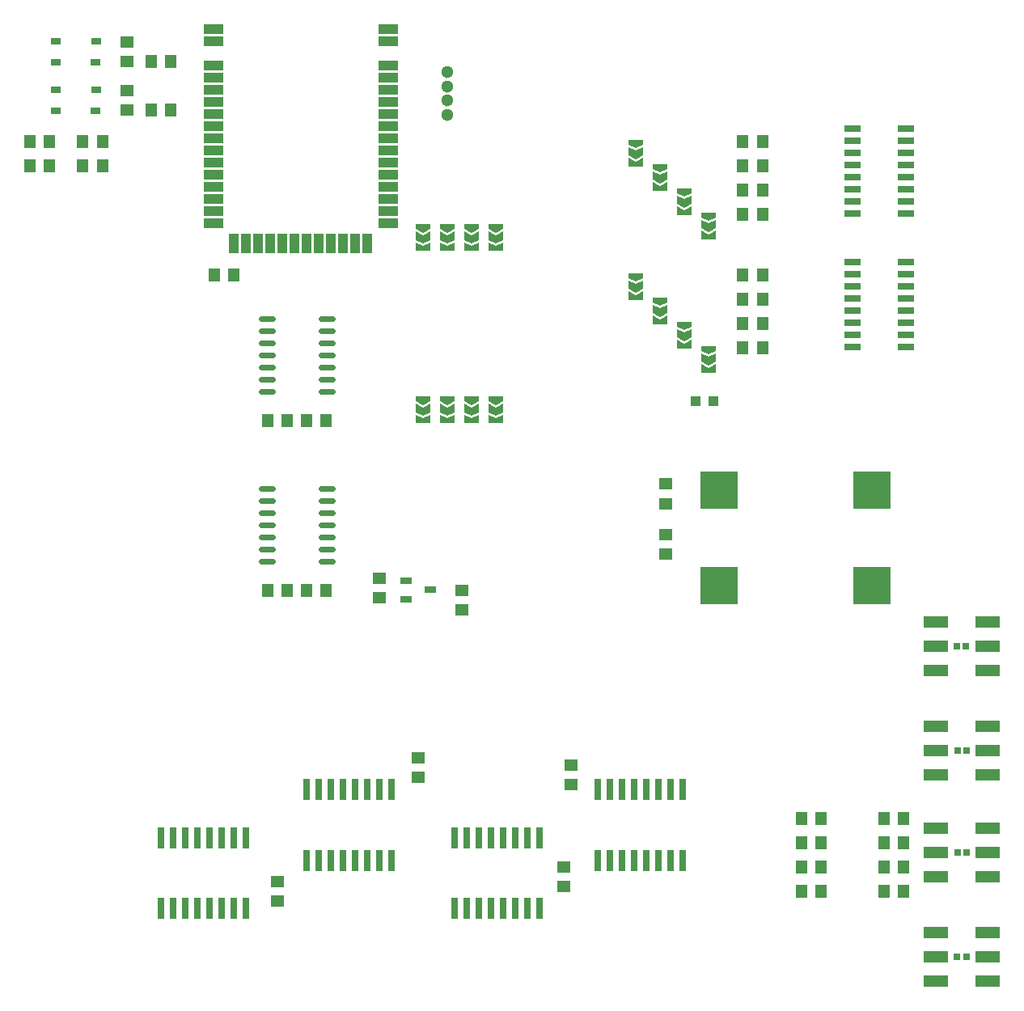
<source format=gtp>
G04 Layer: TopPasteMaskLayer*
G04 EasyEDA v6.2.43, 2019-09-06T10:00:39+02:00*
G04 e5b5f855a0bb4ad7aac7fda025be0de6,91cc4837159741479c5be70faa949f3f,10*
G04 Gerber Generator version 0.2*
G04 Scale: 100 percent, Rotated: No, Reflected: No *
G04 Dimensions in millimeters *
G04 leading zeros omitted , absolute positions ,3 integer and 3 decimal *
%FSLAX33Y33*%
%MOMM*%
G90*
G71D02*

%ADD14C,0.599999*%
%ADD16R,1.999996X0.999998*%
%ADD17R,0.999998X1.999996*%
%ADD18R,1.160018X1.469898*%
%ADD19R,1.399540X1.300480*%
%ADD20R,1.469898X1.160018*%
%ADD21C,1.299997*%
%ADD22R,1.300480X1.399540*%
%ADD23R,1.050011X0.650011*%
%ADD24R,0.701040X2.199640*%
%ADD25R,1.750060X0.650240*%
%ADD26R,3.999992X3.999992*%
%ADD27R,1.250010X0.699999*%
%ADD28R,0.999998X1.099998*%
%ADD29R,0.750011X0.750011*%
%ADD30R,2.499995X1.199998*%

%LPD*%
G54D14*
G01X45911Y64138D02*
G01X44711Y64138D01*
G01X45911Y65408D02*
G01X44711Y65408D01*
G01X45911Y66678D02*
G01X44711Y66678D01*
G01X45911Y67948D02*
G01X44711Y67948D01*
G01X45911Y69218D02*
G01X44711Y69218D01*
G01X45911Y70488D02*
G01X44711Y70488D01*
G01X45911Y71758D02*
G01X44711Y71758D01*
G01X39713Y64138D02*
G01X38513Y64138D01*
G01X39713Y65408D02*
G01X38513Y65408D01*
G01X39713Y66678D02*
G01X38513Y66678D01*
G01X39713Y67948D02*
G01X38513Y67948D01*
G01X39713Y69218D02*
G01X38513Y69218D01*
G01X39713Y70488D02*
G01X38513Y70488D01*
G01X39713Y71758D02*
G01X38513Y71758D01*
G01X45911Y46358D02*
G01X44711Y46358D01*
G01X45911Y47628D02*
G01X44711Y47628D01*
G01X45911Y48898D02*
G01X44711Y48898D01*
G01X45911Y50168D02*
G01X44711Y50168D01*
G01X45911Y51438D02*
G01X44711Y51438D01*
G01X45911Y52708D02*
G01X44711Y52708D01*
G01X45911Y53978D02*
G01X44711Y53978D01*
G01X39713Y46358D02*
G01X38513Y46358D01*
G01X39713Y47628D02*
G01X38513Y47628D01*
G01X39713Y48898D02*
G01X38513Y48898D01*
G01X39713Y50168D02*
G01X38513Y50168D01*
G01X39713Y51438D02*
G01X38513Y51438D01*
G01X39713Y52708D02*
G01X38513Y52708D01*
G01X39713Y53978D02*
G01X38513Y53978D01*
G36*
G01X78452Y90488D02*
G01X78452Y89980D01*
G01X77690Y89599D01*
G01X76928Y89980D01*
G01X76928Y90488D01*
G01X78452Y90488D01*
G37*
G36*
G01X78452Y89726D02*
G01X78452Y88837D01*
G01X77690Y88456D01*
G01X76928Y88837D01*
G01X76928Y89726D01*
G01X77690Y89345D01*
G01X78452Y89726D01*
G37*
G36*
G01X78452Y88583D02*
G01X78452Y87694D01*
G01X76928Y87694D01*
G01X76928Y88583D01*
G01X77690Y88202D01*
G01X78452Y88583D01*
G37*
G36*
G01X80992Y87948D02*
G01X80992Y87440D01*
G01X80230Y87059D01*
G01X79468Y87440D01*
G01X79468Y87948D01*
G01X80992Y87948D01*
G37*
G36*
G01X80992Y87186D02*
G01X80992Y86297D01*
G01X80230Y85916D01*
G01X79468Y86297D01*
G01X79468Y87186D01*
G01X80230Y86805D01*
G01X80992Y87186D01*
G37*
G36*
G01X80992Y86043D02*
G01X80992Y85154D01*
G01X79468Y85154D01*
G01X79468Y86043D01*
G01X80230Y85662D01*
G01X80992Y86043D01*
G37*
G36*
G01X83532Y85408D02*
G01X83532Y84900D01*
G01X82770Y84519D01*
G01X82008Y84900D01*
G01X82008Y85408D01*
G01X83532Y85408D01*
G37*
G36*
G01X83532Y84646D02*
G01X83532Y83757D01*
G01X82770Y83376D01*
G01X82008Y83757D01*
G01X82008Y84646D01*
G01X82770Y84265D01*
G01X83532Y84646D01*
G37*
G36*
G01X83532Y83503D02*
G01X83532Y82614D01*
G01X82008Y82614D01*
G01X82008Y83503D01*
G01X82770Y83122D01*
G01X83532Y83503D01*
G37*
G36*
G01X86072Y68898D02*
G01X86072Y68390D01*
G01X85310Y68009D01*
G01X84548Y68390D01*
G01X84548Y68898D01*
G01X86072Y68898D01*
G37*
G36*
G01X86072Y68136D02*
G01X86072Y67247D01*
G01X85310Y66866D01*
G01X84548Y67247D01*
G01X84548Y68136D01*
G01X85310Y67755D01*
G01X86072Y68136D01*
G37*
G36*
G01X86072Y66993D02*
G01X86072Y66104D01*
G01X84548Y66104D01*
G01X84548Y66993D01*
G01X85310Y66612D01*
G01X86072Y66993D01*
G37*
G36*
G01X86072Y82868D02*
G01X86072Y82360D01*
G01X85310Y81979D01*
G01X84548Y82360D01*
G01X84548Y82868D01*
G01X86072Y82868D01*
G37*
G36*
G01X86072Y82106D02*
G01X86072Y81217D01*
G01X85310Y80836D01*
G01X84548Y81217D01*
G01X84548Y82106D01*
G01X85310Y81725D01*
G01X86072Y82106D01*
G37*
G36*
G01X86072Y80963D02*
G01X86072Y80074D01*
G01X84548Y80074D01*
G01X84548Y80963D01*
G01X85310Y80582D01*
G01X86072Y80963D01*
G37*
G36*
G01X78452Y76518D02*
G01X78452Y76010D01*
G01X77690Y75629D01*
G01X76928Y76010D01*
G01X76928Y76518D01*
G01X78452Y76518D01*
G37*
G36*
G01X78452Y75756D02*
G01X78452Y74867D01*
G01X77690Y74486D01*
G01X76928Y74867D01*
G01X76928Y75756D01*
G01X77690Y75375D01*
G01X78452Y75756D01*
G37*
G36*
G01X78452Y74613D02*
G01X78452Y73724D01*
G01X76928Y73724D01*
G01X76928Y74613D01*
G01X77690Y74232D01*
G01X78452Y74613D01*
G37*
G36*
G01X80992Y73978D02*
G01X80992Y73470D01*
G01X80230Y73089D01*
G01X79468Y73470D01*
G01X79468Y73978D01*
G01X80992Y73978D01*
G37*
G36*
G01X80992Y73216D02*
G01X80992Y72327D01*
G01X80230Y71946D01*
G01X79468Y72327D01*
G01X79468Y73216D01*
G01X80230Y72835D01*
G01X80992Y73216D01*
G37*
G36*
G01X80992Y72073D02*
G01X80992Y71184D01*
G01X79468Y71184D01*
G01X79468Y72073D01*
G01X80230Y71692D01*
G01X80992Y72073D01*
G37*
G36*
G01X83532Y71438D02*
G01X83532Y70930D01*
G01X82770Y70549D01*
G01X82008Y70930D01*
G01X82008Y71438D01*
G01X83532Y71438D01*
G37*
G36*
G01X83532Y70676D02*
G01X83532Y69787D01*
G01X82770Y69406D01*
G01X82008Y69787D01*
G01X82008Y70676D01*
G01X82770Y70295D01*
G01X83532Y70676D01*
G37*
G36*
G01X83532Y69533D02*
G01X83532Y68644D01*
G01X82008Y68644D01*
G01X82008Y69533D01*
G01X82770Y69152D01*
G01X83532Y69533D01*
G37*
G54D16*
G01X33449Y83061D03*
G01X33449Y84331D03*
G01X33449Y85601D03*
G01X33449Y86871D03*
G01X33449Y88141D03*
G01X33449Y89411D03*
G01X33449Y90681D03*
G01X33449Y91951D03*
G01X33449Y93221D03*
G01X33449Y94491D03*
G01X33449Y95761D03*
G01X33449Y97031D03*
G01X33449Y98301D03*
G01X33449Y81791D03*
G01X33449Y100841D03*
G01X33449Y102111D03*
G01X51737Y83061D03*
G01X51737Y84331D03*
G01X51737Y85601D03*
G01X51737Y86871D03*
G01X51737Y88141D03*
G01X51737Y89411D03*
G01X51737Y90681D03*
G01X51737Y91951D03*
G01X51737Y93221D03*
G01X51737Y94491D03*
G01X51737Y95761D03*
G01X51737Y97031D03*
G01X51737Y98301D03*
G01X51737Y81791D03*
G01X51737Y100841D03*
G01X51737Y102111D03*
G54D17*
G01X35608Y79634D03*
G01X36865Y79634D03*
G01X38135Y79634D03*
G01X39405Y79634D03*
G01X40675Y79634D03*
G01X41945Y79634D03*
G01X43215Y79634D03*
G01X44485Y79634D03*
G01X45755Y79634D03*
G01X47025Y79634D03*
G01X48295Y79634D03*
G01X49565Y79634D03*
G54D18*
G01X35608Y76330D03*
G01X33576Y76330D03*
G54D19*
G01X80819Y54503D03*
G01X80819Y52403D03*
G54D20*
G01X80820Y47120D03*
G01X80820Y49152D03*
G54D21*
G01X57960Y93094D03*
G01X57960Y94594D03*
G01X57960Y96094D03*
G01X57960Y97594D03*
G54D22*
G01X21910Y87761D03*
G01X19809Y87761D03*
G54D18*
G01X26972Y98681D03*
G01X29004Y98681D03*
G01X26972Y93601D03*
G01X29004Y93601D03*
G54D20*
G01X24432Y100713D03*
G01X24432Y98681D03*
G01X24432Y95633D03*
G01X24432Y93601D03*
G54D18*
G01X14272Y87759D03*
G01X16304Y87759D03*
G54D23*
G01X17021Y98614D03*
G01X21169Y98623D03*
G01X17020Y100781D03*
G01X21176Y100773D03*
G01X17021Y93534D03*
G01X21169Y93543D03*
G01X17020Y95701D03*
G01X21176Y95693D03*
G54D22*
G01X21910Y90301D03*
G01X19809Y90301D03*
G54D18*
G01X14272Y90299D03*
G01X16304Y90299D03*
G54D22*
G01X90998Y68711D03*
G01X88897Y68711D03*
G01X90998Y71251D03*
G01X88897Y71251D03*
G01X90998Y76331D03*
G01X88897Y76331D03*
G01X90998Y73791D03*
G01X88897Y73791D03*
G01X90998Y82681D03*
G01X88897Y82681D03*
G01X90998Y85221D03*
G01X88897Y85221D03*
G01X90998Y90301D03*
G01X88897Y90301D03*
G01X90998Y87761D03*
G01X88897Y87761D03*
G36*
G01X56182Y81663D02*
G01X56182Y81155D01*
G01X55420Y80774D01*
G01X54658Y81155D01*
G01X54658Y81663D01*
G01X56182Y81663D01*
G37*
G36*
G01X56182Y80901D02*
G01X56182Y80012D01*
G01X55420Y79631D01*
G01X54658Y80012D01*
G01X54658Y80901D01*
G01X55420Y80520D01*
G01X56182Y80901D01*
G37*
G36*
G01X56182Y79758D02*
G01X56182Y78869D01*
G01X54658Y78869D01*
G01X54658Y79758D01*
G01X55420Y79377D01*
G01X56182Y79758D01*
G37*
G36*
G01X63802Y81663D02*
G01X63802Y81155D01*
G01X63040Y80774D01*
G01X62278Y81155D01*
G01X62278Y81663D01*
G01X63802Y81663D01*
G37*
G36*
G01X63802Y80901D02*
G01X63802Y80012D01*
G01X63040Y79631D01*
G01X62278Y80012D01*
G01X62278Y80901D01*
G01X63040Y80520D01*
G01X63802Y80901D01*
G37*
G36*
G01X63802Y79758D02*
G01X63802Y78869D01*
G01X62278Y78869D01*
G01X62278Y79758D01*
G01X63040Y79377D01*
G01X63802Y79758D01*
G37*
G36*
G01X56182Y63629D02*
G01X56182Y63121D01*
G01X55420Y62740D01*
G01X54658Y63121D01*
G01X54658Y63629D01*
G01X56182Y63629D01*
G37*
G36*
G01X56182Y62867D02*
G01X56182Y61978D01*
G01X55420Y61597D01*
G01X54658Y61978D01*
G01X54658Y62867D01*
G01X55420Y62486D01*
G01X56182Y62867D01*
G37*
G36*
G01X56182Y61724D02*
G01X56182Y60835D01*
G01X54658Y60835D01*
G01X54658Y61724D01*
G01X55420Y61343D01*
G01X56182Y61724D01*
G37*
G54D24*
G01X58722Y10036D03*
G01X59992Y10036D03*
G01X61262Y10036D03*
G01X62532Y10036D03*
G01X63802Y10036D03*
G01X65072Y10036D03*
G01X66342Y10036D03*
G01X67612Y10036D03*
G01X67612Y17435D03*
G01X66342Y17435D03*
G01X65072Y17435D03*
G01X63802Y17435D03*
G01X62532Y17435D03*
G01X61262Y17435D03*
G01X59992Y17435D03*
G01X58722Y17435D03*
G01X27988Y10036D03*
G01X29258Y10036D03*
G01X30528Y10036D03*
G01X31798Y10036D03*
G01X33068Y10036D03*
G01X34338Y10036D03*
G01X35608Y10036D03*
G01X36878Y10036D03*
G01X36878Y17435D03*
G01X35608Y17435D03*
G01X34338Y17435D03*
G01X33068Y17435D03*
G01X31798Y17435D03*
G01X30528Y17435D03*
G01X29258Y17435D03*
G01X27988Y17435D03*
G01X52118Y22482D03*
G01X50848Y22482D03*
G01X49578Y22482D03*
G01X48308Y22482D03*
G01X47038Y22482D03*
G01X45768Y22482D03*
G01X44498Y22482D03*
G01X43228Y22482D03*
G01X43228Y15083D03*
G01X44498Y15083D03*
G01X45768Y15083D03*
G01X47038Y15083D03*
G01X48308Y15083D03*
G01X49578Y15083D03*
G01X50848Y15083D03*
G01X52118Y15083D03*
G01X82598Y22482D03*
G01X81328Y22482D03*
G01X80058Y22482D03*
G01X78788Y22482D03*
G01X77518Y22482D03*
G01X76248Y22482D03*
G01X74978Y22482D03*
G01X73708Y22482D03*
G01X73708Y15083D03*
G01X74978Y15083D03*
G01X76248Y15083D03*
G01X77518Y15083D03*
G01X78788Y15083D03*
G01X80058Y15083D03*
G01X81328Y15083D03*
G01X82598Y15083D03*
G54D18*
G01X43228Y61089D03*
G01X45260Y61089D03*
G01X43228Y43309D03*
G01X45260Y43309D03*
G01X41196Y61090D03*
G01X39164Y61090D03*
G01X41196Y43310D03*
G01X39164Y43310D03*
G54D25*
G01X100373Y91697D03*
G01X100373Y90427D03*
G01X100373Y89157D03*
G01X100373Y87887D03*
G01X100373Y86617D03*
G01X100373Y85347D03*
G01X100373Y84077D03*
G01X100373Y82807D03*
G01X105971Y82807D03*
G01X105971Y84077D03*
G01X105971Y85347D03*
G01X105971Y86617D03*
G01X105971Y87887D03*
G01X105971Y89157D03*
G01X105971Y90427D03*
G01X105971Y91697D03*
G01X100373Y77727D03*
G01X100373Y76457D03*
G01X100373Y75187D03*
G01X100373Y73917D03*
G01X100373Y72647D03*
G01X100373Y71377D03*
G01X100373Y70107D03*
G01X100373Y68837D03*
G01X105971Y68837D03*
G01X105971Y70107D03*
G01X105971Y71377D03*
G01X105971Y72647D03*
G01X105971Y73917D03*
G01X105971Y75187D03*
G01X105971Y76457D03*
G01X105971Y77727D03*
G54D18*
G01X103680Y19433D03*
G01X105712Y19433D03*
G01X95044Y19433D03*
G01X97076Y19433D03*
G01X103680Y16893D03*
G01X105712Y16893D03*
G01X95044Y16893D03*
G01X97076Y16893D03*
G01X103680Y14353D03*
G01X105712Y14353D03*
G01X95044Y14353D03*
G01X97076Y14353D03*
G01X103680Y11813D03*
G01X105712Y11813D03*
G01X95044Y11813D03*
G01X97076Y11813D03*
G54D26*
G01X102426Y43802D03*
G01X102426Y53802D03*
G01X86426Y43802D03*
G01X86426Y53802D03*
G54D20*
G01X70152Y14353D03*
G01X70152Y12321D03*
G01X40180Y10798D03*
G01X40180Y12830D03*
G01X54912Y25784D03*
G01X54912Y23752D03*
G01X70914Y25021D03*
G01X70914Y22989D03*
G36*
G01X61262Y81663D02*
G01X61262Y81155D01*
G01X60500Y80774D01*
G01X59738Y81155D01*
G01X59738Y81663D01*
G01X61262Y81663D01*
G37*
G36*
G01X61262Y80901D02*
G01X61262Y80012D01*
G01X60500Y79631D01*
G01X59738Y80012D01*
G01X59738Y80901D01*
G01X60500Y80520D01*
G01X61262Y80901D01*
G37*
G36*
G01X61262Y79758D02*
G01X61262Y78869D01*
G01X59738Y78869D01*
G01X59738Y79758D01*
G01X60500Y79377D01*
G01X61262Y79758D01*
G37*
G36*
G01X58722Y81663D02*
G01X58722Y81155D01*
G01X57960Y80774D01*
G01X57198Y81155D01*
G01X57198Y81663D01*
G01X58722Y81663D01*
G37*
G36*
G01X58722Y80901D02*
G01X58722Y80012D01*
G01X57960Y79631D01*
G01X57198Y80012D01*
G01X57198Y80901D01*
G01X57960Y80520D01*
G01X58722Y80901D01*
G37*
G36*
G01X58722Y79758D02*
G01X58722Y78869D01*
G01X57198Y78869D01*
G01X57198Y79758D01*
G01X57960Y79377D01*
G01X58722Y79758D01*
G37*
G36*
G01X61262Y63629D02*
G01X61262Y63121D01*
G01X60500Y62740D01*
G01X59738Y63121D01*
G01X59738Y63629D01*
G01X61262Y63629D01*
G37*
G36*
G01X61262Y62867D02*
G01X61262Y61978D01*
G01X60500Y61597D01*
G01X59738Y61978D01*
G01X59738Y62867D01*
G01X60500Y62486D01*
G01X61262Y62867D01*
G37*
G36*
G01X61262Y61724D02*
G01X61262Y60835D01*
G01X59738Y60835D01*
G01X59738Y61724D01*
G01X60500Y61343D01*
G01X61262Y61724D01*
G37*
G36*
G01X58722Y63629D02*
G01X58722Y63121D01*
G01X57960Y62740D01*
G01X57198Y63121D01*
G01X57198Y63629D01*
G01X58722Y63629D01*
G37*
G36*
G01X58722Y62867D02*
G01X58722Y61978D01*
G01X57960Y61597D01*
G01X57198Y61978D01*
G01X57198Y62867D01*
G01X57960Y62486D01*
G01X58722Y62867D01*
G37*
G36*
G01X58722Y61724D02*
G01X58722Y60835D01*
G01X57198Y60835D01*
G01X57198Y61724D01*
G01X57960Y61343D01*
G01X58722Y61724D01*
G37*
G36*
G01X63802Y63629D02*
G01X63802Y63121D01*
G01X63040Y62740D01*
G01X62278Y63121D01*
G01X62278Y63629D01*
G01X63802Y63629D01*
G37*
G36*
G01X63802Y62867D02*
G01X63802Y61978D01*
G01X63040Y61597D01*
G01X62278Y61978D01*
G01X62278Y62867D01*
G01X63040Y62486D01*
G01X63802Y62867D01*
G37*
G36*
G01X63802Y61724D02*
G01X63802Y60835D01*
G01X62278Y60835D01*
G01X62278Y61724D01*
G01X63040Y61343D01*
G01X63802Y61724D01*
G37*
G54D27*
G01X56141Y43376D03*
G01X53642Y42426D03*
G01X53642Y44326D03*
G54D20*
G01X59484Y41278D03*
G01X59484Y43310D03*
G01X50848Y44579D03*
G01X50848Y42547D03*
G54D28*
G01X85784Y63122D03*
G01X83984Y63122D03*
G54D29*
G01X112260Y37468D03*
G01X111300Y37468D03*
G01X112316Y26546D03*
G01X111356Y26546D03*
G01X112316Y15878D03*
G01X111356Y15878D03*
G01X112288Y4956D03*
G01X111328Y4956D03*
G54D30*
G01X109058Y40008D03*
G01X109058Y37468D03*
G01X109058Y34928D03*
G01X114558Y40008D03*
G01X114558Y37468D03*
G01X114558Y34928D03*
G01X109058Y18418D03*
G01X109058Y15878D03*
G01X109058Y13338D03*
G01X114558Y18418D03*
G01X114558Y15878D03*
G01X114558Y13338D03*
G01X109058Y7496D03*
G01X109058Y4956D03*
G01X109058Y2416D03*
G01X114558Y7496D03*
G01X114558Y4956D03*
G01X114558Y2416D03*
G01X109058Y29086D03*
G01X109058Y26546D03*
G01X109058Y24006D03*
G01X114558Y29086D03*
G01X114558Y26546D03*
G01X114558Y24006D03*
M00*
M02*

</source>
